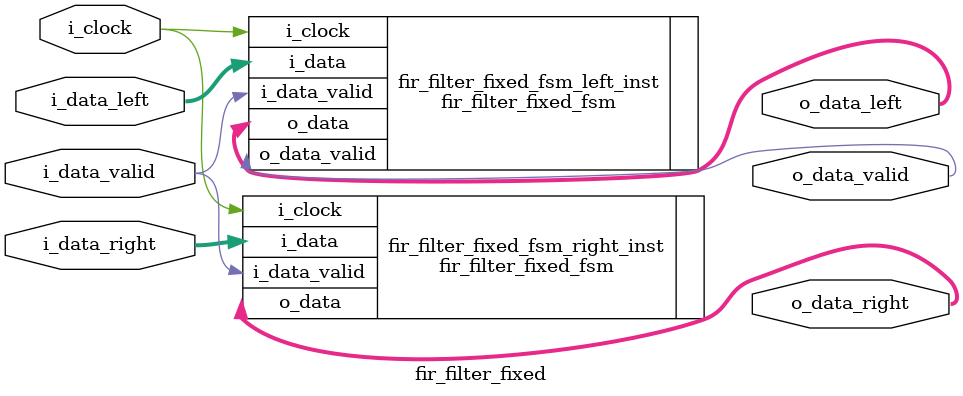
<source format=v>
module fir_filter_fixed (
    input  wire               i_clock,
    input  wire               i_data_valid,
    input  wire signed [23:0] i_data_left,
    input  wire signed [23:0] i_data_right,
    output wire               o_data_valid,
    output wire signed [23:0] o_data_left,
    output wire signed [23:0] o_data_right
);

    fir_filter_fixed_fsm fir_filter_fixed_fsm_left_inst (
        .i_clock      (i_clock),
        .i_data_valid (i_data_valid),
        .i_data       (i_data_left),
        .o_data_valid (o_data_valid),
        .o_data       (o_data_left)
    );

    fir_filter_fixed_fsm fir_filter_fixed_fsm_right_inst (
        .i_clock      (i_clock),
        .i_data_valid (i_data_valid),
        .i_data       (i_data_right),
        .o_data       (o_data_right)
    );

endmodule

</source>
